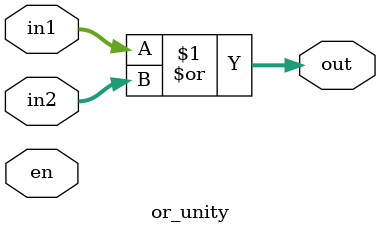
<source format=v>
module or_unity(en, in1, in2, out);
	input en;
	input [15:0] in1, in2;
	output [15:0] out;
	
	assign out = in1 | in2;
endmodule

</source>
